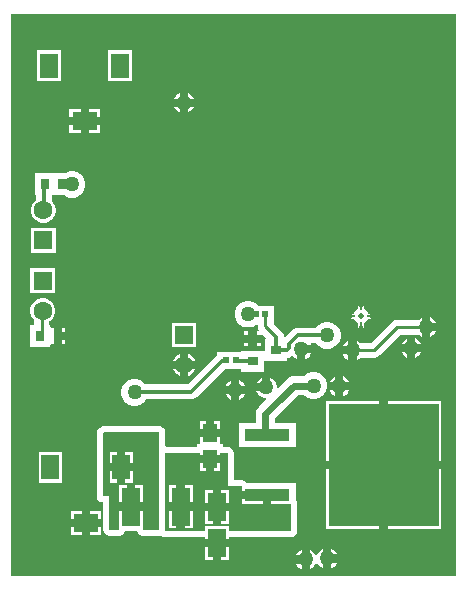
<source format=gbl>
G04*
G04 #@! TF.GenerationSoftware,Altium Limited,Altium Designer,21.1.1 (26)*
G04*
G04 Layer_Physical_Order=2*
G04 Layer_Color=16711680*
%FSLAX42Y42*%
%MOMM*%
G71*
G04*
G04 #@! TF.SameCoordinates,92C87620-ECAA-41DB-B671-3A6BB777ED9A*
G04*
G04*
G04 #@! TF.FilePolarity,Positive*
G04*
G01*
G75*
%ADD10C,0.25*%
%ADD30R,0.47X0.47*%
%ADD52C,0.30*%
%ADD54C,0.60*%
%ADD56R,1.60X1.60*%
%ADD57C,1.60*%
%ADD58R,2.10X1.50*%
%ADD59R,1.50X2.10*%
%ADD60C,1.50*%
%ADD61R,1.50X1.50*%
%ADD62C,0.50*%
%ADD63C,1.27*%
%ADD64R,1.55X2.40*%
%ADD65R,3.80X1.00*%
%ADD66R,9.30X10.40*%
%ADD67R,0.90X0.80*%
%ADD68R,1.15X1.55*%
%ADD69R,0.70X0.90*%
%ADD70R,1.50X3.20*%
G36*
X6230Y3180D02*
X2467Y3180D01*
Y7935D01*
X6230Y7935D01*
Y3180D01*
D02*
G37*
%LPC*%
G36*
X3490Y7630D02*
X3290D01*
Y7370D01*
X3490D01*
Y7630D01*
D02*
G37*
G36*
X2890D02*
X2690D01*
Y7370D01*
X2890D01*
Y7630D01*
D02*
G37*
G36*
X3965Y7270D02*
Y7222D01*
X4012D01*
X4001Y7242D01*
X3985Y7259D01*
X3965Y7270D01*
D02*
G37*
G36*
X3895D02*
X3875Y7259D01*
X3859Y7242D01*
X3848Y7222D01*
X3895D01*
Y7270D01*
D02*
G37*
G36*
X4012Y7153D02*
X3965D01*
Y7105D01*
X3985Y7116D01*
X4001Y7133D01*
X4012Y7153D01*
D02*
G37*
G36*
X3895D02*
X3848D01*
X3859Y7133D01*
X3875Y7116D01*
X3895Y7105D01*
Y7153D01*
D02*
G37*
G36*
X3220Y7130D02*
X3125D01*
Y7065D01*
X3220D01*
Y7130D01*
D02*
G37*
G36*
X3055D02*
X2960D01*
Y7065D01*
X3055D01*
Y7130D01*
D02*
G37*
G36*
X3220Y6995D02*
X3125D01*
Y6930D01*
X3220D01*
Y6995D01*
D02*
G37*
G36*
X3055D02*
X2960D01*
Y6930D01*
X3055D01*
Y6995D01*
D02*
G37*
G36*
X2997Y6608D02*
X2968D01*
X2939Y6601D01*
X2929Y6595D01*
X2665D01*
Y6405D01*
X2679D01*
Y6361D01*
X2675Y6359D01*
X2656Y6339D01*
X2642Y6315D01*
X2635Y6288D01*
Y6261D01*
X2642Y6234D01*
X2656Y6210D01*
X2675Y6190D01*
X2699Y6176D01*
X2726Y6169D01*
X2754D01*
X2781Y6176D01*
X2805Y6190D01*
X2824Y6210D01*
X2838Y6234D01*
X2845Y6261D01*
Y6288D01*
X2838Y6315D01*
X2824Y6339D01*
X2811Y6353D01*
Y6405D01*
X2912D01*
X2913Y6404D01*
X2939Y6389D01*
X2968Y6381D01*
X2997D01*
X3026Y6389D01*
X3052Y6404D01*
X3073Y6425D01*
X3088Y6451D01*
X3096Y6480D01*
Y6510D01*
X3088Y6539D01*
X3073Y6565D01*
X3052Y6586D01*
X3026Y6601D01*
X2997Y6608D01*
D02*
G37*
G36*
X2845Y6126D02*
X2635D01*
Y5915D01*
X2845D01*
Y6126D01*
D02*
G37*
G36*
X2840Y5785D02*
X2630D01*
Y5574D01*
X2840D01*
Y5785D01*
D02*
G37*
G36*
X5524Y5473D02*
Y5472D01*
X5525D01*
X5524Y5473D01*
D02*
G37*
G36*
X5336D02*
X5335Y5472D01*
X5336D01*
Y5473D01*
D02*
G37*
G36*
X5454D02*
X5446Y5465D01*
X5439Y5447D01*
Y5428D01*
X5421D01*
Y5447D01*
X5414Y5465D01*
X5406Y5473D01*
Y5437D01*
X5371D01*
Y5401D01*
X5335D01*
X5342Y5394D01*
X5361Y5386D01*
X5380D01*
Y5369D01*
X5361D01*
X5342Y5361D01*
X5335Y5353D01*
X5371D01*
Y5319D01*
X5406D01*
Y5282D01*
X5414Y5290D01*
X5421Y5308D01*
Y5327D01*
X5439D01*
Y5308D01*
X5446Y5290D01*
X5454Y5282D01*
Y5319D01*
X5489D01*
Y5353D01*
X5525D01*
X5518Y5361D01*
X5499Y5369D01*
X5480D01*
Y5386D01*
X5499D01*
X5518Y5394D01*
X5525Y5401D01*
X5489D01*
Y5437D01*
X5454D01*
Y5473D01*
D02*
G37*
G36*
X6017Y5370D02*
Y5322D01*
X6065D01*
X6054Y5342D01*
X6037Y5359D01*
X6017Y5370D01*
D02*
G37*
G36*
X5525Y5283D02*
X5524D01*
Y5282D01*
X5525Y5283D01*
D02*
G37*
G36*
X5336D02*
X5335D01*
X5336Y5282D01*
Y5283D01*
D02*
G37*
G36*
X2900Y5283D02*
Y5247D01*
X2925D01*
Y5283D01*
X2900D01*
D02*
G37*
G36*
X4476Y5254D02*
X4440D01*
Y5223D01*
X4476D01*
Y5254D01*
D02*
G37*
G36*
X6065Y5253D02*
X6017D01*
Y5205D01*
X6037Y5216D01*
X6054Y5233D01*
X6065Y5253D01*
D02*
G37*
G36*
X5947Y5370D02*
X5928Y5359D01*
X5921Y5351D01*
X5738D01*
X5713Y5346D01*
X5692Y5333D01*
X5516Y5156D01*
X5419D01*
X5412Y5164D01*
X5392Y5175D01*
Y5092D01*
Y5010D01*
X5412Y5021D01*
X5419Y5029D01*
X5542D01*
X5567Y5034D01*
X5588Y5047D01*
X5764Y5224D01*
X5921D01*
X5928Y5216D01*
X5947Y5205D01*
Y5288D01*
Y5370D01*
D02*
G37*
G36*
X5890Y5192D02*
Y5145D01*
X5937D01*
X5926Y5165D01*
X5910Y5181D01*
X5890Y5192D01*
D02*
G37*
G36*
X5820D02*
X5800Y5181D01*
X5784Y5165D01*
X5773Y5145D01*
X5820D01*
Y5192D01*
D02*
G37*
G36*
X2925Y5178D02*
X2900D01*
Y5142D01*
X2925D01*
Y5178D01*
D02*
G37*
G36*
X5322Y5175D02*
X5303Y5164D01*
X5286Y5147D01*
X5275Y5128D01*
X5322D01*
Y5175D01*
D02*
G37*
G36*
X4581Y5153D02*
X4546D01*
Y5123D01*
X4581D01*
Y5153D01*
D02*
G37*
G36*
X4476D02*
X4440D01*
Y5123D01*
X4476D01*
Y5153D01*
D02*
G37*
G36*
X4033Y5322D02*
X3832D01*
Y5121D01*
X4033D01*
Y5322D01*
D02*
G37*
G36*
X2749Y5531D02*
X2721D01*
X2694Y5524D01*
X2670Y5510D01*
X2651Y5490D01*
X2637Y5466D01*
X2630Y5439D01*
Y5412D01*
X2637Y5385D01*
X2651Y5361D01*
X2661Y5350D01*
Y5308D01*
X2630D01*
Y5117D01*
X2800D01*
Y5131D01*
X2805Y5142D01*
X2813Y5142D01*
X2830D01*
Y5212D01*
Y5283D01*
X2805D01*
X2800Y5294D01*
Y5308D01*
X2789D01*
Y5335D01*
X2800Y5341D01*
X2819Y5361D01*
X2833Y5385D01*
X2840Y5412D01*
Y5439D01*
X2833Y5466D01*
X2819Y5490D01*
X2800Y5510D01*
X2776Y5524D01*
X2749Y5531D01*
D02*
G37*
G36*
X4487Y5511D02*
X4458D01*
X4429Y5503D01*
X4403Y5488D01*
X4382Y5467D01*
X4367Y5441D01*
X4359Y5412D01*
Y5383D01*
X4367Y5354D01*
X4382Y5328D01*
X4403Y5307D01*
X4429Y5292D01*
X4458Y5284D01*
X4487D01*
X4516Y5292D01*
X4541Y5306D01*
X4548Y5304D01*
X4554Y5302D01*
Y5295D01*
X4559Y5270D01*
X4562Y5265D01*
X4556Y5254D01*
X4546D01*
Y5223D01*
X4588D01*
X4594Y5226D01*
X4624Y5195D01*
X4620Y5183D01*
X4616D01*
Y5095D01*
X4606Y5088D01*
X4603Y5088D01*
X4416D01*
Y5079D01*
X4213D01*
Y5052D01*
X4205Y5046D01*
X3965Y4806D01*
X3602D01*
X3582Y4826D01*
X3556Y4841D01*
X3527Y4849D01*
X3498D01*
X3469Y4841D01*
X3443Y4826D01*
X3422Y4805D01*
X3407Y4779D01*
X3399Y4750D01*
Y4720D01*
X3407Y4691D01*
X3422Y4665D01*
X3443Y4644D01*
X3469Y4629D01*
X3498Y4622D01*
X3527D01*
X3556Y4629D01*
X3582Y4644D01*
X3603Y4665D01*
X3609Y4674D01*
X3992D01*
X4009Y4677D01*
X4025Y4683D01*
X4038Y4694D01*
X4276Y4931D01*
X4416D01*
Y4908D01*
X4606D01*
Y4997D01*
X4616Y5003D01*
X4619Y5003D01*
X4806D01*
Y5028D01*
X4818Y5029D01*
X4834Y5036D01*
X4840Y5040D01*
X4851Y5045D01*
X4868Y5029D01*
X4888Y5018D01*
Y5100D01*
X4922D01*
Y5135D01*
X5005D01*
X5002Y5140D01*
X5009Y5151D01*
X5049D01*
X5052Y5147D01*
X5073Y5125D01*
X5099Y5111D01*
X5128Y5103D01*
X5157D01*
X5186Y5111D01*
X5212Y5125D01*
X5233Y5147D01*
X5248Y5172D01*
X5256Y5201D01*
Y5231D01*
X5248Y5260D01*
X5233Y5286D01*
X5212Y5307D01*
X5186Y5322D01*
X5157Y5330D01*
X5128D01*
X5099Y5322D01*
X5073Y5307D01*
X5052Y5286D01*
X5049Y5282D01*
X4892D01*
X4875Y5280D01*
X4859Y5273D01*
X4846Y5263D01*
X4789Y5206D01*
X4775Y5210D01*
X4774Y5218D01*
X4768Y5234D01*
X4757Y5248D01*
X4695Y5310D01*
X4691Y5321D01*
X4691D01*
X4691Y5321D01*
Y5469D01*
X4562D01*
X4542Y5488D01*
X4516Y5503D01*
X4487Y5511D01*
D02*
G37*
G36*
X5937Y5075D02*
X5890D01*
Y5028D01*
X5910Y5039D01*
X5926Y5055D01*
X5937Y5075D01*
D02*
G37*
G36*
X5820D02*
X5773D01*
X5784Y5055D01*
X5800Y5039D01*
X5820Y5028D01*
Y5075D01*
D02*
G37*
G36*
X5005Y5065D02*
X4958D01*
Y5018D01*
X4977Y5029D01*
X4994Y5045D01*
X5005Y5065D01*
D02*
G37*
G36*
X5322Y5058D02*
X5275D01*
X5286Y5038D01*
X5303Y5021D01*
X5322Y5010D01*
Y5058D01*
D02*
G37*
G36*
X3967Y5062D02*
Y5003D01*
X4027D01*
X4026Y5006D01*
X4013Y5029D01*
X3994Y5048D01*
X3971Y5061D01*
X3967Y5062D01*
D02*
G37*
G36*
X3897D02*
X3894Y5061D01*
X3871Y5048D01*
X3852Y5029D01*
X3839Y5006D01*
X3838Y5003D01*
X3897D01*
Y5062D01*
D02*
G37*
G36*
Y4933D02*
X3838D01*
X3839Y4929D01*
X3852Y4906D01*
X3871Y4887D01*
X3894Y4874D01*
X3897Y4873D01*
Y4933D01*
D02*
G37*
G36*
X4027D02*
X3967D01*
Y4873D01*
X3971Y4874D01*
X3994Y4887D01*
X4013Y4906D01*
X4026Y4929D01*
X4027Y4933D01*
D02*
G37*
G36*
X5280Y4870D02*
Y4822D01*
X5327D01*
X5316Y4842D01*
X5300Y4859D01*
X5280Y4870D01*
D02*
G37*
G36*
X5210D02*
X5190Y4859D01*
X5174Y4842D01*
X5163Y4822D01*
X5210D01*
Y4870D01*
D02*
G37*
G36*
X4591Y4859D02*
X4572Y4848D01*
X4555Y4831D01*
X4544Y4812D01*
X4591D01*
Y4859D01*
D02*
G37*
G36*
X4400Y4837D02*
Y4790D01*
X4447D01*
X4436Y4810D01*
X4420Y4826D01*
X4400Y4837D01*
D02*
G37*
G36*
X4330D02*
X4310Y4826D01*
X4294Y4810D01*
X4283Y4790D01*
X4330D01*
Y4837D01*
D02*
G37*
G36*
X5042Y4906D02*
X5013D01*
X4984Y4898D01*
X4958Y4883D01*
X4948Y4873D01*
X4862D01*
X4842Y4870D01*
X4822Y4862D01*
X4805Y4850D01*
X4728Y4772D01*
X4715Y4777D01*
Y4788D01*
X4709Y4811D01*
X4697Y4831D01*
X4681Y4848D01*
X4661Y4859D01*
Y4777D01*
X4626D01*
Y4742D01*
X4544D01*
X4555Y4722D01*
X4572Y4705D01*
X4592Y4694D01*
X4614Y4688D01*
X4623D01*
X4628Y4675D01*
X4562Y4608D01*
X4549Y4591D01*
X4541Y4572D01*
X4538Y4551D01*
Y4474D01*
X4395D01*
Y4274D01*
X4613D01*
X4619Y4273D01*
X4624Y4274D01*
X4875D01*
Y4474D01*
X4699D01*
Y4518D01*
X4775Y4594D01*
X4786Y4602D01*
X4896Y4712D01*
X4948D01*
X4958Y4702D01*
X4984Y4687D01*
X5013Y4679D01*
X5042D01*
X5071Y4687D01*
X5097Y4702D01*
X5118Y4723D01*
X5133Y4749D01*
X5141Y4778D01*
Y4807D01*
X5133Y4836D01*
X5118Y4862D01*
X5097Y4883D01*
X5071Y4898D01*
X5042Y4906D01*
D02*
G37*
G36*
X5327Y4753D02*
X5280D01*
Y4705D01*
X5300Y4716D01*
X5316Y4733D01*
X5327Y4753D01*
D02*
G37*
G36*
X5210D02*
X5163D01*
X5174Y4733D01*
X5190Y4716D01*
X5210Y4705D01*
Y4753D01*
D02*
G37*
G36*
X4447Y4720D02*
X4400D01*
Y4673D01*
X4420Y4684D01*
X4436Y4700D01*
X4447Y4720D01*
D02*
G37*
G36*
X4330D02*
X4283D01*
X4294Y4700D01*
X4310Y4684D01*
X4330Y4673D01*
Y4720D01*
D02*
G37*
G36*
X4233Y4490D02*
X4185D01*
Y4422D01*
X4233D01*
Y4490D01*
D02*
G37*
G36*
X4115D02*
X4067D01*
Y4422D01*
X4115D01*
Y4490D01*
D02*
G37*
G36*
X6110Y4665D02*
X5655D01*
Y4155D01*
X6110D01*
Y4665D01*
D02*
G37*
G36*
X5585D02*
X5130D01*
Y4155D01*
X5585D01*
Y4665D01*
D02*
G37*
G36*
X2900Y4230D02*
X2700D01*
Y3970D01*
X2900D01*
Y4230D01*
D02*
G37*
G36*
X3230Y3730D02*
X3135D01*
Y3665D01*
X3230D01*
Y3730D01*
D02*
G37*
G36*
X3065D02*
X2970D01*
Y3665D01*
X3065D01*
Y3730D01*
D02*
G37*
G36*
X6110Y4085D02*
X5655D01*
Y3575D01*
X6110D01*
Y4085D01*
D02*
G37*
G36*
X5585D02*
X5130D01*
Y3575D01*
X5585D01*
Y4085D01*
D02*
G37*
G36*
X3230Y3595D02*
X3135D01*
Y3530D01*
X3230D01*
Y3595D01*
D02*
G37*
G36*
X3065D02*
X2970D01*
Y3530D01*
X3065D01*
Y3595D01*
D02*
G37*
G36*
X3254Y4451D02*
X3235Y4447D01*
X3218Y4436D01*
X3206Y4424D01*
X3195Y4408D01*
X3192Y4388D01*
Y3853D01*
X3195Y3833D01*
X3206Y3816D01*
X3223Y3805D01*
X3242Y3802D01*
X3247D01*
Y3570D01*
X3250Y3550D01*
X3261Y3534D01*
X3278Y3523D01*
X3297Y3519D01*
X3381D01*
X3388Y3520D01*
X3395Y3521D01*
X3397Y3522D01*
X3400Y3523D01*
X3406Y3527D01*
X3412Y3530D01*
X3414Y3532D01*
X3417Y3534D01*
X3421Y3540D01*
X3425Y3545D01*
X3426Y3548D01*
X3428Y3550D01*
X3429Y3557D01*
X3429Y3558D01*
X3536D01*
X3536Y3557D01*
X3537Y3550D01*
X3539Y3548D01*
X3540Y3545D01*
X3544Y3540D01*
X3548Y3534D01*
X3551Y3532D01*
X3553Y3530D01*
X3559Y3527D01*
X3565Y3523D01*
X3568Y3522D01*
X3571Y3521D01*
X3578Y3520D01*
X3584Y3519D01*
X3720D01*
X3738Y3523D01*
X3753Y3513D01*
X3772Y3509D01*
X4107Y3509D01*
Y3492D01*
X4313D01*
Y3509D01*
X4838Y3509D01*
X4857Y3513D01*
X4874Y3524D01*
X4885Y3540D01*
X4888Y3560D01*
X4888Y3791D01*
X4885Y3810D01*
X4875Y3824D01*
Y3966D01*
X4463D01*
X4462Y3967D01*
X4459Y3974D01*
X4457Y3976D01*
X4456Y3977D01*
X4449Y3982D01*
X4443Y3987D01*
X4441Y3987D01*
X4439Y3988D01*
X4432Y3990D01*
X4424Y3992D01*
X4412Y3993D01*
X4410Y3993D01*
X4407Y3993D01*
X4351D01*
Y4222D01*
X4347Y4242D01*
X4336Y4259D01*
X4320Y4270D01*
X4300Y4273D01*
X4258D01*
Y4295D01*
X4233D01*
Y4353D01*
X4067D01*
Y4295D01*
X4042D01*
Y4273D01*
X3784Y4273D01*
X3771Y4286D01*
Y4400D01*
X3767Y4420D01*
X3756Y4436D01*
X3740Y4447D01*
X3720Y4451D01*
X3254Y4451D01*
D02*
G37*
G36*
X5178Y3410D02*
Y3362D01*
X5225D01*
X5214Y3382D01*
X5197Y3399D01*
X5178Y3410D01*
D02*
G37*
G36*
X4928Y3402D02*
X4908Y3391D01*
X4891Y3375D01*
X4880Y3355D01*
X4928D01*
Y3402D01*
D02*
G37*
G36*
X5108Y3410D02*
X5088Y3399D01*
X5071Y3382D01*
X5060Y3362D01*
X5058Y3356D01*
X5048Y3355D01*
X5045Y3355D01*
X5034Y3375D01*
X5017Y3391D01*
X4997Y3402D01*
Y3320D01*
Y3238D01*
X5017Y3249D01*
X5034Y3265D01*
X5045Y3286D01*
X5047Y3292D01*
X5057Y3293D01*
X5060Y3292D01*
X5071Y3273D01*
X5088Y3256D01*
X5108Y3245D01*
Y3328D01*
Y3410D01*
D02*
G37*
G36*
X4313Y3422D02*
X4245D01*
Y3312D01*
X4313D01*
Y3422D01*
D02*
G37*
G36*
X4175D02*
X4107D01*
Y3312D01*
X4175D01*
Y3422D01*
D02*
G37*
G36*
X5225Y3292D02*
X5178D01*
Y3245D01*
X5197Y3256D01*
X5214Y3273D01*
X5225Y3292D01*
D02*
G37*
G36*
X4928Y3285D02*
X4880D01*
X4891Y3265D01*
X4908Y3249D01*
X4928Y3238D01*
Y3285D01*
D02*
G37*
%LPD*%
G36*
X4300Y3945D02*
X4303Y3942D01*
X4407D01*
X4420Y3941D01*
Y3901D01*
X4635D01*
Y3866D01*
X4670D01*
Y3791D01*
X4838D01*
X4838Y3560D01*
X4312Y3560D01*
Y3601D01*
X4108D01*
Y3560D01*
X3772Y3560D01*
X3772Y4222D01*
X4067Y4222D01*
Y4203D01*
X4233D01*
Y4222D01*
X4300D01*
Y3945D01*
D02*
G37*
G36*
X3720Y4400D02*
Y3570D01*
X3584D01*
X3583Y3582D01*
X3583Y3583D01*
Y3733D01*
X3382D01*
Y3583D01*
X3381Y3570D01*
X3297D01*
Y3853D01*
X3242D01*
Y4388D01*
X3254Y4400D01*
X3720Y4400D01*
D02*
G37*
%LPC*%
G36*
X4233Y4133D02*
X4185D01*
Y4065D01*
X4233D01*
Y4133D01*
D02*
G37*
G36*
X4115D02*
X4067D01*
Y4065D01*
X4115D01*
Y4133D01*
D02*
G37*
G36*
X4003Y3953D02*
X3938D01*
Y3803D01*
X4003D01*
Y3953D01*
D02*
G37*
G36*
X3867D02*
X3802D01*
Y3803D01*
X3867D01*
Y3953D01*
D02*
G37*
G36*
X4313Y3908D02*
X4245D01*
Y3797D01*
X4313D01*
Y3908D01*
D02*
G37*
G36*
X4175D02*
X4107D01*
Y3797D01*
X4175D01*
Y3908D01*
D02*
G37*
G36*
X4600Y3831D02*
X4420D01*
Y3791D01*
X4600D01*
Y3831D01*
D02*
G37*
G36*
X4313Y3728D02*
X4245D01*
Y3617D01*
X4313D01*
Y3728D01*
D02*
G37*
G36*
X4175D02*
X4107D01*
Y3617D01*
X4175D01*
Y3728D01*
D02*
G37*
G36*
X4003Y3733D02*
X3938D01*
Y3582D01*
X4003D01*
Y3733D01*
D02*
G37*
G36*
X3867D02*
X3802D01*
Y3582D01*
X3867D01*
Y3733D01*
D02*
G37*
G36*
X3500Y4230D02*
X3435D01*
Y4135D01*
X3500D01*
Y4230D01*
D02*
G37*
G36*
X3365D02*
X3300D01*
Y4135D01*
X3365D01*
Y4230D01*
D02*
G37*
G36*
X3500Y4065D02*
X3435D01*
Y3970D01*
X3500D01*
Y4065D01*
D02*
G37*
G36*
X3365D02*
X3300D01*
Y3970D01*
X3365D01*
Y4065D01*
D02*
G37*
G36*
X3583Y3953D02*
X3517D01*
Y3803D01*
X3583D01*
Y3953D01*
D02*
G37*
G36*
X3447D02*
X3382D01*
Y3803D01*
X3447D01*
Y3953D01*
D02*
G37*
%LPD*%
D10*
X5358Y5092D02*
X5542D01*
X5738Y5288D01*
X4618Y5295D02*
Y5395D01*
Y5295D02*
X4634Y5279D01*
X5738Y5288D02*
X5983D01*
X2725Y5415D02*
X2735Y5426D01*
X2715Y5212D02*
X2725Y5222D01*
Y5415D01*
D30*
X4367Y5005D02*
D03*
X4287D02*
D03*
X4618Y5395D02*
D03*
X4537D02*
D03*
D52*
X4367Y5005D02*
X4371Y5002D01*
X4282Y5000D02*
X4287Y5005D01*
X4252Y5000D02*
X4282D01*
X4634Y5279D02*
X4711Y5201D01*
X4892Y5216D02*
X5142D01*
X4801Y5092D02*
X4819Y5110D01*
X4712Y5092D02*
X4801D01*
X4819Y5110D02*
Y5143D01*
X4892Y5216D01*
X4711Y5093D02*
X4712Y5092D01*
X4711Y5093D02*
Y5201D01*
X4371Y5002D02*
X4508D01*
X4511Y4998D01*
X2905Y6495D02*
X2983D01*
X2900Y6500D02*
X2905Y6495D01*
X3517Y4740D02*
X3992D01*
X4252Y5000D01*
X3512Y4735D02*
X3517Y4740D01*
X2745Y6280D02*
Y6495D01*
X2740Y6275D02*
X2745Y6280D01*
Y6495D02*
X2750Y6500D01*
D54*
X4619Y4551D02*
X4726Y4659D01*
X4729D01*
X4619Y4354D02*
Y4551D01*
X4729Y4659D02*
X4862Y4792D01*
X5028D01*
D56*
X2735Y5679D02*
D03*
X2740Y6021D02*
D03*
D57*
X2735Y5426D02*
D03*
X2740Y6275D02*
D03*
D58*
X3090Y7030D02*
D03*
X3100Y3630D02*
D03*
D59*
X2790Y7500D02*
D03*
X3390D02*
D03*
X2800Y4100D02*
D03*
X3400D02*
D03*
D60*
X3933Y4967D02*
D03*
D61*
Y5222D02*
D03*
D62*
X5430Y5378D02*
D03*
X5371Y5437D02*
D03*
Y5319D02*
D03*
X5489D02*
D03*
Y5437D02*
D03*
D63*
X5940Y5760D02*
D03*
Y5580D02*
D03*
X5760Y5760D02*
D03*
Y5580D02*
D03*
X5580Y5760D02*
D03*
X3930Y7188D02*
D03*
X5358Y5092D02*
D03*
X4472Y5397D02*
D03*
X5142Y5216D02*
D03*
X5028Y4792D02*
D03*
X5245Y4788D02*
D03*
X5855Y5110D02*
D03*
X5142Y3328D02*
D03*
X4962Y3320D02*
D03*
X5983Y5288D02*
D03*
X4626Y4777D02*
D03*
X4922Y5100D02*
D03*
X3512Y4735D02*
D03*
X4365Y4755D02*
D03*
X2983Y6495D02*
D03*
D64*
X4210Y3762D02*
D03*
Y3458D02*
D03*
D65*
X4635Y3866D02*
D03*
Y4374D02*
D03*
D66*
X5620Y4120D02*
D03*
D67*
X4511Y4998D02*
D03*
Y5188D02*
D03*
X4711Y5093D02*
D03*
D68*
X4150Y4167D02*
D03*
Y4388D02*
D03*
D69*
X2865Y5212D02*
D03*
X2715D02*
D03*
X2900Y6500D02*
D03*
X2750D02*
D03*
D70*
X3903Y3767D02*
D03*
X3483D02*
D03*
M02*

</source>
